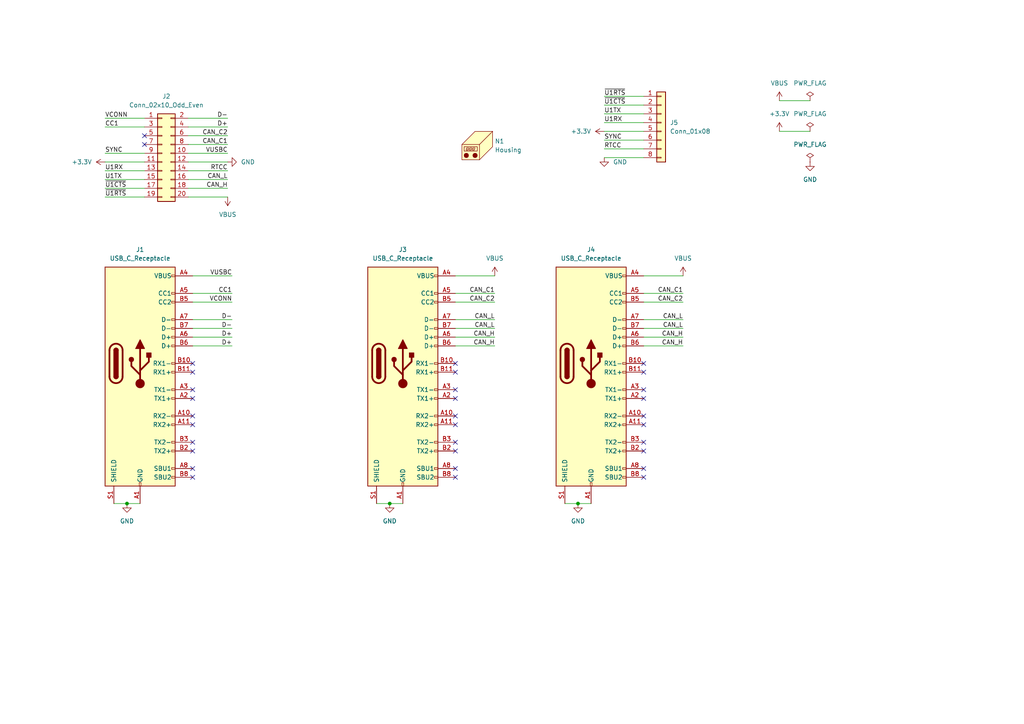
<source format=kicad_sch>
(kicad_sch (version 20211123) (generator eeschema)
  (paper "A4")
  (lib_symbols
    (symbol "Connector:USB_C_Receptacle" (pin_names (offset 1.016))
      (property "Reference" "J" (at -10.16 29.21 0))
      (property "Value" "USB_C_Receptacle" (at 10.16 29.21 0))
      (symbol "USB_C_Receptacle_0_0"
        (rectangle (start -0.254 -35.56) (end 0.254 -34.544))
        (rectangle (start 10.16 -32.766) (end 9.144 -33.274))
        (rectangle (start 10.16 -30.226) (end 9.144 -30.734))
        (rectangle (start 10.16 -25.146) (end 9.144 -25.654))
        (rectangle (start 10.16 -22.606) (end 9.144 -23.114))
        (rectangle (start 10.16 -17.526) (end 9.144 -18.034))
        (rectangle (start 10.16 -14.986) (end 9.144 -15.494))
        (rectangle (start 10.16 -9.906) (end 9.144 -10.414))
        (rectangle (start 10.16 -7.366) (end 9.144 -7.874))
        (rectangle (start 10.16 -2.286) (end 9.144 -2.794))
        (rectangle (start 10.16 0.254) (end 9.144 -0.254))
        (rectangle (start 10.16 5.334) (end 9.144 4.826))
        (rectangle (start 10.16 7.874) (end 9.144 7.366))
        (rectangle (start 10.16 10.414) (end 9.144 9.906))
        (rectangle (start 10.16 12.954) (end 9.144 12.446))
        (rectangle (start 10.16 18.034) (end 9.144 17.526))
        (rectangle (start 10.16 20.574) (end 9.144 20.066))
        (rectangle (start 10.16 25.654) (end 9.144 25.146))
      )
      (symbol "USB_C_Receptacle_0_1"
        (rectangle (start -10.16 27.94) (end 10.16 -35.56) (stroke (width 0.254)) (fill (type background)))
        (arc (start -8.89 -3.81) (mid -6.985 -5.715) (end -5.08 -3.81) (stroke (width 0.508)))
        (arc (start -7.62 -3.81) (mid -6.985 -4.445) (end -6.35 -3.81) (stroke (width 0.254)))
        (arc (start -7.62 -3.81) (mid -6.985 -4.445) (end -6.35 -3.81) (stroke (width 0.254)) (fill (type outline)))
        (rectangle (start -7.62 -3.81) (end -6.35 3.81) (stroke (width 0.254)) (fill (type outline)))
        (arc (start -6.35 3.81) (mid -6.985 4.445) (end -7.62 3.81) (stroke (width 0.254)))
        (arc (start -6.35 3.81) (mid -6.985 4.445) (end -7.62 3.81) (stroke (width 0.254)) (fill (type outline)))
        (arc (start -5.08 3.81) (mid -6.985 5.715) (end -8.89 3.81) (stroke (width 0.508)))
        (polyline (pts (xy -8.89 -3.81) (xy -8.89 3.81)) (stroke (width 0.508)))
        (polyline (pts (xy -5.08 3.81) (xy -5.08 -3.81)) (stroke (width 0.508)))
      )
      (symbol "USB_C_Receptacle_1_1"
        (circle (center -2.54 1.143) (radius 0.635) (stroke (width 0.254)) (fill (type outline)))
        (circle (center 0 -5.842) (radius 1.27) (fill (type outline)))
        (polyline (pts (xy 0 -5.842) (xy 0 4.318)) (stroke (width 0.508)))
        (polyline (pts (xy 0 -3.302) (xy -2.54 -0.762) (xy -2.54 0.508)) (stroke (width 0.508)))
        (polyline (pts (xy 0 -2.032) (xy 2.54 0.508) (xy 2.54 1.778)) (stroke (width 0.508)))
        (polyline (pts (xy -1.27 4.318) (xy 0 6.858) (xy 1.27 4.318) (xy -1.27 4.318)) (stroke (width 0.254)) (fill (type outline)))
        (rectangle (start 1.905 1.778) (end 3.175 3.048) (stroke (width 0.254)) (fill (type outline)))
        (pin passive line (at 0 -40.64 90) (length 5.08) (name "GND") (number "A1"))
        (pin bidirectional line (at 15.24 -15.24 180) (length 5.08) (name "RX2-") (number "A10"))
        (pin bidirectional line (at 15.24 -17.78 180) (length 5.08) (name "RX2+") (number "A11"))
        (pin passive line (at 0 -40.64 90) (length 5.08) hide (name "GND") (number "A12"))
        (pin bidirectional line (at 15.24 -10.16 180) (length 5.08) (name "TX1+") (number "A2"))
        (pin bidirectional line (at 15.24 -7.62 180) (length 5.08) (name "TX1-") (number "A3"))
        (pin passive line (at 15.24 25.4 180) (length 5.08) (name "VBUS") (number "A4"))
        (pin bidirectional line (at 15.24 20.32 180) (length 5.08) (name "CC1") (number "A5"))
        (pin bidirectional line (at 15.24 7.62 180) (length 5.08) (name "D+") (number "A6"))
        (pin bidirectional line (at 15.24 12.7 180) (length 5.08) (name "D-") (number "A7"))
        (pin bidirectional line (at 15.24 -30.48 180) (length 5.08) (name "SBU1") (number "A8"))
        (pin passive line (at 15.24 25.4 180) (length 5.08) hide (name "VBUS") (number "A9"))
        (pin passive line (at 0 -40.64 90) (length 5.08) hide (name "GND") (number "B1"))
        (pin bidirectional line (at 15.24 0 180) (length 5.08) (name "RX1-") (number "B10"))
        (pin bidirectional line (at 15.24 -2.54 180) (length 5.08) (name "RX1+") (number "B11"))
        (pin passive line (at 0 -40.64 90) (length 5.08) hide (name "GND") (number "B12"))
        (pin bidirectional line (at 15.24 -25.4 180) (length 5.08) (name "TX2+") (number "B2"))
        (pin bidirectional line (at 15.24 -22.86 180) (length 5.08) (name "TX2-") (number "B3"))
        (pin passive line (at 15.24 25.4 180) (length 5.08) hide (name "VBUS") (number "B4"))
        (pin bidirectional line (at 15.24 17.78 180) (length 5.08) (name "CC2") (number "B5"))
        (pin bidirectional line (at 15.24 5.08 180) (length 5.08) (name "D+") (number "B6"))
        (pin bidirectional line (at 15.24 10.16 180) (length 5.08) (name "D-") (number "B7"))
        (pin bidirectional line (at 15.24 -33.02 180) (length 5.08) (name "SBU2") (number "B8"))
        (pin passive line (at 15.24 25.4 180) (length 5.08) hide (name "VBUS") (number "B9"))
        (pin passive line (at -7.62 -40.64 90) (length 5.08) (name "SHIELD") (number "S1"))
      )
    )
    (symbol "Connector_Generic:Conn_01x08" (pin_names (offset 1.016) hide)
      (property "Reference" "J" (at 0 10.16 0))
      (property "Value" "Conn_01x08" (at 0 -12.7 0))
      (symbol "Conn_01x08_1_1"
        (rectangle (start -1.27 -10.033) (end 0 -10.287) (stroke (width 0.1524)))
        (rectangle (start -1.27 -7.493) (end 0 -7.747) (stroke (width 0.1524)))
        (rectangle (start -1.27 -4.953) (end 0 -5.207) (stroke (width 0.1524)))
        (rectangle (start -1.27 -2.413) (end 0 -2.667) (stroke (width 0.1524)))
        (rectangle (start -1.27 0.127) (end 0 -0.127) (stroke (width 0.1524)))
        (rectangle (start -1.27 2.667) (end 0 2.413) (stroke (width 0.1524)))
        (rectangle (start -1.27 5.207) (end 0 4.953) (stroke (width 0.1524)))
        (rectangle (start -1.27 7.747) (end 0 7.493) (stroke (width 0.1524)))
        (rectangle (start -1.27 8.89) (end 1.27 -11.43) (stroke (width 0.254)) (fill (type background)))
        (pin passive line (at -5.08 7.62 0) (length 3.81) (name "Pin_1") (number "1"))
        (pin passive line (at -5.08 5.08 0) (length 3.81) (name "Pin_2") (number "2"))
        (pin passive line (at -5.08 2.54 0) (length 3.81) (name "Pin_3") (number "3"))
        (pin passive line (at -5.08 0 0) (length 3.81) (name "Pin_4") (number "4"))
        (pin passive line (at -5.08 -2.54 0) (length 3.81) (name "Pin_5") (number "5"))
        (pin passive line (at -5.08 -5.08 0) (length 3.81) (name "Pin_6") (number "6"))
        (pin passive line (at -5.08 -7.62 0) (length 3.81) (name "Pin_7") (number "7"))
        (pin passive line (at -5.08 -10.16 0) (length 3.81) (name "Pin_8") (number "8"))
      )
    )
    (symbol "Connector_Generic:Conn_02x10_Odd_Even" (pin_names (offset 1.016) hide)
      (property "Reference" "J" (at 1.27 12.7 0))
      (property "Value" "Conn_02x10_Odd_Even" (at 1.27 -15.24 0))
      (symbol "Conn_02x10_Odd_Even_1_1"
        (rectangle (start -1.27 -12.573) (end 0 -12.827) (stroke (width 0.1524)))
        (rectangle (start -1.27 -10.033) (end 0 -10.287) (stroke (width 0.1524)))
        (rectangle (start -1.27 -7.493) (end 0 -7.747) (stroke (width 0.1524)))
        (rectangle (start -1.27 -4.953) (end 0 -5.207) (stroke (width 0.1524)))
        (rectangle (start -1.27 -2.413) (end 0 -2.667) (stroke (width 0.1524)))
        (rectangle (start -1.27 0.127) (end 0 -0.127) (stroke (width 0.1524)))
        (rectangle (start -1.27 2.667) (end 0 2.413) (stroke (width 0.1524)))
        (rectangle (start -1.27 5.207) (end 0 4.953) (stroke (width 0.1524)))
        (rectangle (start -1.27 7.747) (end 0 7.493) (stroke (width 0.1524)))
        (rectangle (start -1.27 10.287) (end 0 10.033) (stroke (width 0.1524)))
        (rectangle (start -1.27 11.43) (end 3.81 -13.97) (stroke (width 0.254)) (fill (type background)))
        (rectangle (start 3.81 -12.573) (end 2.54 -12.827) (stroke (width 0.1524)))
        (rectangle (start 3.81 -10.033) (end 2.54 -10.287) (stroke (width 0.1524)))
        (rectangle (start 3.81 -7.493) (end 2.54 -7.747) (stroke (width 0.1524)))
        (rectangle (start 3.81 -4.953) (end 2.54 -5.207) (stroke (width 0.1524)))
        (rectangle (start 3.81 -2.413) (end 2.54 -2.667) (stroke (width 0.1524)))
        (rectangle (start 3.81 0.127) (end 2.54 -0.127) (stroke (width 0.1524)))
        (rectangle (start 3.81 2.667) (end 2.54 2.413) (stroke (width 0.1524)))
        (rectangle (start 3.81 5.207) (end 2.54 4.953) (stroke (width 0.1524)))
        (rectangle (start 3.81 7.747) (end 2.54 7.493) (stroke (width 0.1524)))
        (rectangle (start 3.81 10.287) (end 2.54 10.033) (stroke (width 0.1524)))
        (pin passive line (at -5.08 10.16 0) (length 3.81) (name "Pin_1") (number "1"))
        (pin passive line (at 7.62 0 180) (length 3.81) (name "Pin_10") (number "10"))
        (pin passive line (at -5.08 -2.54 0) (length 3.81) (name "Pin_11") (number "11"))
        (pin passive line (at 7.62 -2.54 180) (length 3.81) (name "Pin_12") (number "12"))
        (pin passive line (at -5.08 -5.08 0) (length 3.81) (name "Pin_13") (number "13"))
        (pin passive line (at 7.62 -5.08 180) (length 3.81) (name "Pin_14") (number "14"))
        (pin passive line (at -5.08 -7.62 0) (length 3.81) (name "Pin_15") (number "15"))
        (pin passive line (at 7.62 -7.62 180) (length 3.81) (name "Pin_16") (number "16"))
        (pin passive line (at -5.08 -10.16 0) (length 3.81) (name "Pin_17") (number "17"))
        (pin passive line (at 7.62 -10.16 180) (length 3.81) (name "Pin_18") (number "18"))
        (pin passive line (at -5.08 -12.7 0) (length 3.81) (name "Pin_19") (number "19"))
        (pin passive line (at 7.62 10.16 180) (length 3.81) (name "Pin_2") (number "2"))
        (pin passive line (at 7.62 -12.7 180) (length 3.81) (name "Pin_20") (number "20"))
        (pin passive line (at -5.08 7.62 0) (length 3.81) (name "Pin_3") (number "3"))
        (pin passive line (at 7.62 7.62 180) (length 3.81) (name "Pin_4") (number "4"))
        (pin passive line (at -5.08 5.08 0) (length 3.81) (name "Pin_5") (number "5"))
        (pin passive line (at 7.62 5.08 180) (length 3.81) (name "Pin_6") (number "6"))
        (pin passive line (at -5.08 2.54 0) (length 3.81) (name "Pin_7") (number "7"))
        (pin passive line (at 7.62 2.54 180) (length 3.81) (name "Pin_8") (number "8"))
        (pin passive line (at -5.08 0 0) (length 3.81) (name "Pin_9") (number "9"))
      )
    )
    (symbol "Mechanical:Housing" (pin_names (offset 1.016))
      (property "Reference" "N" (at 3.81 0 0))
      (property "Value" "Housing" (at 3.81 -1.905 0))
      (symbol "Housing_0_1"
        (rectangle (start -5.08 -0.635) (end -1.27 -1.905))
        (circle (center -4.445 -3.175) (radius 0.635) (fill (type outline)))
        (circle (center -1.905 -3.175) (radius 0.635) (fill (type outline)))
        (polyline (pts (xy -4.5212 -1.5748) (xy -4.4704 -1.3716)))
        (polyline (pts (xy -4.4196 -1.6764) (xy -4.064 -1.6764)))
        (polyline (pts (xy -4.4196 -1.2192) (xy -4.3688 -0.9652)))
        (polyline (pts (xy -4.318 -1.3208) (xy -4.0132 -1.3208)))
        (polyline (pts (xy -4.2164 -0.9144) (xy -3.9116 -0.9144)))
        (polyline (pts (xy -3.9116 -1.6256) (xy -3.8608 -1.3716)))
        (polyline (pts (xy -3.81 -1.2192) (xy -3.7592 -0.9652)))
        (polyline (pts (xy -3.6068 -1.5748) (xy -3.556 -1.3716)))
        (polyline (pts (xy -3.5052 -1.6764) (xy -3.1496 -1.6764)))
        (polyline (pts (xy -3.5052 -1.2192) (xy -3.4544 -0.9652)))
        (polyline (pts (xy -3.4036 -1.3208) (xy -3.0988 -1.3208)))
        (polyline (pts (xy -3.302 -0.9144) (xy -2.9972 -0.9144)))
        (polyline (pts (xy -2.9972 -1.6256) (xy -2.9464 -1.3716)))
        (polyline (pts (xy -2.8956 -1.2192) (xy -2.8448 -0.9652)))
        (polyline (pts (xy -2.6924 -1.5748) (xy -2.6416 -1.3716)))
        (polyline (pts (xy -2.5908 -1.6764) (xy -2.2352 -1.6764)))
        (polyline (pts (xy -2.5908 -1.2192) (xy -2.54 -0.9652)))
        (polyline (pts (xy -2.4892 -1.3208) (xy -2.1844 -1.3208)))
        (polyline (pts (xy -2.3876 -0.9144) (xy -2.0828 -0.9144)))
        (polyline (pts (xy -2.0828 -1.6256) (xy -2.032 -1.3716)))
        (polyline (pts (xy -1.9812 -1.2192) (xy -1.9304 -0.9652)))
        (polyline (pts (xy -0.635 0) (xy -0.635 -4.445)))
        (polyline (pts (xy -5.715 0) (xy -0.635 0) (xy 3.175 3.81)))
        (polyline (pts (xy -5.715 0) (xy -5.715 -4.445) (xy -0.635 -4.445) (xy 3.175 -0.635) (xy 3.175 3.81) (xy -1.905 3.81) (xy -5.715 0)) (fill (type background)))
      )
    )
    (symbol "power:+3.3V" (power) (pin_names (offset 0))
      (property "Value" "+3.3V" (at 0 3.556 0))
      (symbol "+3.3V_0_1"
        (polyline (pts (xy -0.762 1.27) (xy 0 2.54)))
        (polyline (pts (xy 0 0) (xy 0 2.54)))
        (polyline (pts (xy 0 2.54) (xy 0.762 1.27)))
      )
      (symbol "+3.3V_1_1"
        (pin power_in line (at 0 0 90) (length 0) hide (name "+3.3V") (number "1"))
      )
    )
    (symbol "power:GND" (power) (pin_names (offset 0))
      (property "Value" "GND" (at 0 -3.81 0))
      (symbol "GND_0_1"
        (polyline (pts (xy 0 0) (xy 0 -1.27) (xy 1.27 -1.27) (xy 0 -2.54) (xy -1.27 -1.27) (xy 0 -1.27)))
      )
      (symbol "GND_1_1"
        (pin power_in line (at 0 0 270) (length 0) hide (name "GND") (number "1"))
      )
    )
    (symbol "power:PWR_FLAG" (power) (pin_numbers hide) (pin_names (offset 0) hide)
      (property "Value" "PWR_FLAG" (at 0 3.81 0))
      (symbol "PWR_FLAG_0_0"
        (pin power_out line (at 0 0 90) (length 0) (name "pwr") (number "1"))
      )
      (symbol "PWR_FLAG_0_1"
        (polyline (pts (xy 0 0) (xy 0 1.27) (xy -1.016 1.905) (xy 0 2.54) (xy 1.016 1.905) (xy 0 1.27)))
      )
    )
    (symbol "power:VBUS" (power) (pin_names (offset 0))
      (property "Value" "VBUS" (at 0 3.81 0))
      (symbol "VBUS_0_1"
        (polyline (pts (xy -0.762 1.27) (xy 0 2.54)))
        (polyline (pts (xy 0 0) (xy 0 2.54)))
        (polyline (pts (xy 0 2.54) (xy 0.762 1.27)))
      )
      (symbol "VBUS_1_1"
        (pin power_in line (at 0 0 90) (length 0) hide (name "VBUS") (number "1"))
      )
    )
  )
  (junction (at 36.83 146.05))
  (junction (at 113.03 146.05))
  (junction (at 167.64 146.05))
  (no_connect (at 55.88 138.43))
  (no_connect (at 186.69 107.95))
  (no_connect (at 186.69 128.27))
  (no_connect (at 55.88 135.89))
  (no_connect (at 132.08 105.41))
  (no_connect (at 55.88 105.41))
  (no_connect (at 55.88 115.57))
  (no_connect (at 132.08 130.81))
  (no_connect (at 132.08 115.57))
  (no_connect (at 132.08 128.27))
  (no_connect (at 186.69 130.81))
  (no_connect (at 186.69 105.41))
  (no_connect (at 186.69 113.03))
  (no_connect (at 55.88 130.81))
  (no_connect (at 186.69 138.43))
  (no_connect (at 132.08 113.03))
  (no_connect (at 41.91 39.37))
  (no_connect (at 186.69 115.57))
  (no_connect (at 41.91 41.91))
  (no_connect (at 132.08 135.89))
  (no_connect (at 132.08 107.95))
  (no_connect (at 132.08 120.65))
  (no_connect (at 186.69 135.89))
  (no_connect (at 55.88 113.03))
  (no_connect (at 132.08 123.19))
  (no_connect (at 55.88 120.65))
  (no_connect (at 55.88 107.95))
  (no_connect (at 55.88 128.27))
  (no_connect (at 55.88 123.19))
  (no_connect (at 132.08 138.43))
  (no_connect (at 186.69 123.19))
  (no_connect (at 186.69 120.65))
  (wire (pts (xy 66.04 46.99) (xy 54.61 46.99)))
  (wire (pts (xy 41.91 34.29) (xy 30.48 34.29)))
  (wire (pts (xy 132.08 92.71) (xy 143.51 92.71)))
  (wire (pts (xy 55.88 95.25) (xy 67.31 95.25)))
  (wire (pts (xy 186.69 97.79) (xy 198.12 97.79)))
  (wire (pts (xy 186.69 38.1) (xy 175.26 38.1)))
  (wire (pts (xy 41.91 52.07) (xy 30.48 52.07)))
  (wire (pts (xy 41.91 49.53) (xy 30.48 49.53)))
  (wire (pts (xy 66.04 36.83) (xy 54.61 36.83)))
  (wire (pts (xy 41.91 46.99) (xy 30.48 46.99)))
  (wire (pts (xy 175.26 45.72) (xy 186.69 45.72)))
  (wire (pts (xy 66.04 52.07) (xy 54.61 52.07)))
  (wire (pts (xy 226.06 38.1) (xy 234.95 38.1)))
  (wire (pts (xy 132.08 87.63) (xy 143.51 87.63)))
  (wire (pts (xy 113.03 146.05) (xy 116.84 146.05)))
  (wire (pts (xy 132.08 80.01) (xy 143.51 80.01)))
  (wire (pts (xy 66.04 34.29) (xy 54.61 34.29)))
  (wire (pts (xy 186.69 30.48) (xy 175.26 30.48)))
  (wire (pts (xy 226.06 29.21) (xy 234.95 29.21)))
  (wire (pts (xy 55.88 100.33) (xy 67.31 100.33)))
  (wire (pts (xy 186.69 80.01) (xy 198.12 80.01)))
  (wire (pts (xy 186.69 85.09) (xy 198.12 85.09)))
  (wire (pts (xy 66.04 44.45) (xy 54.61 44.45)))
  (wire (pts (xy 41.91 57.15) (xy 30.48 57.15)))
  (wire (pts (xy 55.88 87.63) (xy 67.31 87.63)))
  (wire (pts (xy 41.91 36.83) (xy 30.48 36.83)))
  (wire (pts (xy 55.88 80.01) (xy 67.31 80.01)))
  (wire (pts (xy 55.88 85.09) (xy 67.31 85.09)))
  (wire (pts (xy 132.08 85.09) (xy 143.51 85.09)))
  (wire (pts (xy 132.08 95.25) (xy 143.51 95.25)))
  (wire (pts (xy 186.69 87.63) (xy 198.12 87.63)))
  (wire (pts (xy 186.69 40.64) (xy 175.26 40.64)))
  (wire (pts (xy 132.08 97.79) (xy 143.51 97.79)))
  (wire (pts (xy 163.83 146.05) (xy 167.64 146.05)))
  (wire (pts (xy 33.02 146.05) (xy 36.83 146.05)))
  (wire (pts (xy 186.69 92.71) (xy 198.12 92.71)))
  (wire (pts (xy 66.04 54.61) (xy 54.61 54.61)))
  (wire (pts (xy 66.04 57.15) (xy 54.61 57.15)))
  (wire (pts (xy 66.04 41.91) (xy 54.61 41.91)))
  (wire (pts (xy 175.26 43.18) (xy 186.69 43.18)))
  (wire (pts (xy 55.88 97.79) (xy 67.31 97.79)))
  (wire (pts (xy 186.69 33.02) (xy 175.26 33.02)))
  (wire (pts (xy 167.64 146.05) (xy 171.45 146.05)))
  (wire (pts (xy 41.91 44.45) (xy 30.48 44.45)))
  (wire (pts (xy 66.04 39.37) (xy 54.61 39.37)))
  (wire (pts (xy 186.69 100.33) (xy 198.12 100.33)))
  (wire (pts (xy 186.69 95.25) (xy 198.12 95.25)))
  (wire (pts (xy 186.69 35.56) (xy 175.26 35.56)))
  (wire (pts (xy 66.04 49.53) (xy 54.61 49.53)))
  (wire (pts (xy 109.22 146.05) (xy 113.03 146.05)))
  (wire (pts (xy 36.83 146.05) (xy 40.64 146.05)))
  (wire (pts (xy 41.91 54.61) (xy 30.48 54.61)))
  (wire (pts (xy 55.88 92.71) (xy 67.31 92.71)))
  (wire (pts (xy 186.69 27.94) (xy 175.26 27.94)))
  (wire (pts (xy 132.08 100.33) (xy 143.51 100.33)))
  (label "CAN_C2" (at 143.51 87.63 180))
  (label "U1RX" (at 30.48 49.53 0))
  (label "CAN_H" (at 143.51 97.79 180))
  (label "CAN_H" (at 198.12 97.79 180))
  (label "CAN_C2" (at 198.12 87.63 180))
  (label "CAN_C1" (at 143.51 85.09 180))
  (label "RTCC" (at 175.26 43.18 0))
  (label "CAN_L" (at 198.12 95.25 180))
  (label "VCONN" (at 67.31 87.63 180))
  (label "SYNC" (at 175.26 40.64 0))
  (label "SYNC" (at 30.48 44.45 0))
  (label "~{U1CTS}" (at 175.26 30.48 0))
  (label "RTCC" (at 66.04 49.53 180))
  (label "CAN_L" (at 143.51 95.25 180))
  (label "D+" (at 67.31 97.79 180))
  (label "U1TX" (at 30.48 52.07 0))
  (label "CC1" (at 67.31 85.09 180))
  (label "D-" (at 67.31 92.71 180))
  (label "~{U1RTS}" (at 175.26 27.94 0))
  (label "CAN_H" (at 66.04 54.61 180))
  (label "CAN_H" (at 198.12 100.33 180))
  (label "~{U1RTS}" (at 30.48 57.15 0))
  (label "~{U1CTS}" (at 30.48 54.61 0))
  (label "D-" (at 67.31 95.25 180))
  (label "VUSBC" (at 67.31 80.01 180))
  (label "U1TX" (at 175.26 33.02 0))
  (label "CAN_L" (at 66.04 52.07 180))
  (label "CAN_L" (at 143.51 92.71 180))
  (label "CC1" (at 30.48 36.83 0))
  (label "U1RX" (at 175.26 35.56 0))
  (label "CAN_H" (at 143.51 100.33 180))
  (label "CAN_C1" (at 198.12 85.09 180))
  (label "CAN_L" (at 198.12 92.71 180))
  (label "D+" (at 66.04 36.83 180))
  (label "VCONN" (at 30.48 34.29 0))
  (label "CAN_C2" (at 66.04 39.37 180))
  (label "CAN_C1" (at 66.04 41.91 180))
  (label "VUSBC" (at 66.04 44.45 180))
  (label "D-" (at 66.04 34.29 180))
  (label "D+" (at 67.31 100.33 180))
  (symbol (lib_id "power:PWR_FLAG") (at 234.95 46.99 0) (unit 1)
    (property "Reference" "#FLG01" (effects hide))
    (property "Value" "PWR_FLAG" (at 234.95 41.91 0))
  )
  (symbol (lib_id "power:VBUS") (at 226.06 29.21 0) (unit 1)
    (property "Reference" "#PWR0103" (effects hide))
    (property "Value" "VBUS" (at 226.06 24.13 0))
  )
  (symbol (lib_id "power:GND") (at 113.03 146.05 0) (unit 1)
    (property "Reference" "#PWR05" (effects hide))
    (property "Value" "GND" (at 113.03 151.13 0))
  )
  (symbol (lib_id "Connector:USB_C_Receptacle") (at 171.45 105.41 0) (unit 1)
    (property "Reference" "J4" (at 171.45 72.39 0))
    (property "Value" "USB_C_Receptacle" (at 171.45 74.93 0))
    (property "Footprint" "custom_footprints:USB_C_Receptacle_Amphenol_12401861XX12A" (effects hide))
    (property "Datasheet" "https://www.usb.org/sites/default/files/documents/usb_type-c.zip" (effects hide))
    (property "MPN" "124018612112A" (effects hide))
    (property "Manufacturer" "Amphenol" (effects hide))
  )
  (symbol (lib_id "power:VBUS") (at 143.51 80.01 0) (unit 1)
    (property "Reference" "#PWR06" (effects hide))
    (property "Value" "VBUS" (at 143.51 74.93 0))
  )
  (symbol (lib_id "Mechanical:Housing") (at 139.7 41.91 0) (unit 1)
    (property "Reference" "N1" (at 143.51 40.9574 0) (effects (justify left)))
    (property "Value" "Housing" (at 143.51 43.4974 0) (effects (justify left)))
    (property "Footprint" "custom_footprints:Enclosure-Gloxinia4" (effects hide))
  )
  (symbol (lib_id "power:GND") (at 36.83 146.05 0) (unit 1)
    (property "Reference" "#PWR03" (effects hide))
    (property "Value" "GND" (at 36.83 151.13 0))
  )
  (symbol (lib_id "power:+3.3V") (at 30.48 46.99 90) (unit 1)
    (property "Reference" "#PWR04" (effects hide))
    (property "Value" "+3.3V" (at 26.67 46.9901 90) (effects (justify left)))
  )
  (symbol (lib_id "power:GND") (at 175.26 45.72 0) (unit 1)
    (property "Reference" "#PWR0102" (effects hide))
    (property "Value" "GND" (at 177.8 46.9899 0) (effects (justify left)))
  )
  (symbol (lib_id "Connector:USB_C_Receptacle") (at 116.84 105.41 0) (unit 1)
    (property "Reference" "J3" (at 116.84 72.39 0))
    (property "Value" "USB_C_Receptacle" (at 116.84 74.93 0))
    (property "Footprint" "custom_footprints:USB_C_Receptacle_Amphenol_12401861XX12A" (effects hide))
    (property "Datasheet" "https://www.usb.org/sites/default/files/documents/usb_type-c.zip" (effects hide))
    (property "MPN" "124018612112A" (effects hide))
    (property "Manufacturer" "Amphenol" (effects hide))
  )
  (symbol (lib_id "power:VBUS") (at 198.12 80.01 0) (unit 1)
    (property "Reference" "#PWR08" (effects hide))
    (property "Value" "VBUS" (at 198.12 74.93 0))
  )
  (symbol (lib_id "power:GND") (at 234.95 46.99 0) (unit 1)
    (property "Reference" "#PWR09" (effects hide))
    (property "Value" "GND" (at 234.95 52.07 0))
  )
  (symbol (lib_id "power:PWR_FLAG") (at 234.95 38.1 0) (unit 1)
    (property "Reference" "#FLG0102" (effects hide))
    (property "Value" "PWR_FLAG" (at 234.95 33.02 0))
  )
  (symbol (lib_id "power:PWR_FLAG") (at 234.95 29.21 0) (unit 1)
    (property "Reference" "#FLG0101" (effects hide))
    (property "Value" "PWR_FLAG" (at 234.95 24.13 0))
  )
  (symbol (lib_id "power:VBUS") (at 66.04 57.15 180) (unit 1)
    (property "Reference" "#PWR01" (effects hide))
    (property "Value" "VBUS" (at 66.04 62.23 0))
  )
  (symbol (lib_id "power:GND") (at 66.04 46.99 90) (unit 1)
    (property "Reference" "#PWR02" (effects hide))
    (property "Value" "GND" (at 69.85 46.9901 90) (effects (justify right)))
  )
  (symbol (lib_id "Connector_Generic:Conn_02x10_Odd_Even") (at 46.99 44.45 0) (unit 1)
    (property "Reference" "J2" (at 48.26 27.94 0))
    (property "Value" "Conn_02x10_Odd_Even" (at 48.26 30.48 0))
    (property "Footprint" "samtec:SAMTEC-MMS-110-02-X-DV" (effects hide))
    (property "MPN" "MMS-110-02-F-DV" (effects hide))
    (property "Manufacturer" "Samtec" (effects hide))
  )
  (symbol (lib_id "power:GND") (at 167.64 146.05 0) (unit 1)
    (property "Reference" "#PWR07" (effects hide))
    (property "Value" "GND" (at 167.64 151.13 0))
  )
  (symbol (lib_id "power:+3.3V") (at 175.26 38.1 90) (mirror x) (unit 1)
    (property "Reference" "#PWR0101" (effects hide))
    (property "Value" "+3.3V" (at 171.45 38.0999 90) (effects (justify left)))
  )
  (symbol (lib_id "Connector:USB_C_Receptacle") (at 40.64 105.41 0) (unit 1)
    (property "Reference" "J1" (at 40.64 72.39 0))
    (property "Value" "USB_C_Receptacle" (at 40.64 74.93 0))
    (property "Footprint" "custom_footprints:USB_C_Receptacle_Amphenol_12401861XX12A" (effects hide))
    (property "Datasheet" "https://www.usb.org/sites/default/files/documents/usb_type-c.zip" (effects hide))
    (property "MPN" "124018612112A" (effects hide))
    (property "Manufacturer" "Amphenol" (effects hide))
  )
  (symbol (lib_id "power:+3.3V") (at 226.06 38.1 0) (unit 1)
    (property "Reference" "#PWR0104" (effects hide))
    (property "Value" "+3.3V" (at 226.06 33.02 0))
  )
  (symbol (lib_id "Connector_Generic:Conn_01x08") (at 191.77 35.56 0) (unit 1)
    (property "Reference" "J5" (at 194.31 35.5599 0) (effects (justify left)))
    (property "Value" "Conn_01x08" (at 194.31 38.0999 0) (effects (justify left)))
    (property "Footprint" "Connector_PinHeader_2.54mm:PinHeader_1x08_P2.54mm_Vertical" (effects hide))
  )
)
</source>
